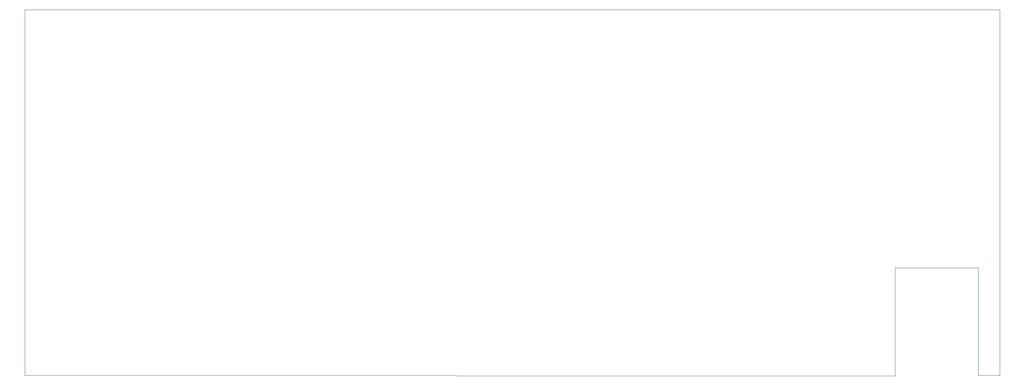
<source format=gbr>
%TF.GenerationSoftware,KiCad,Pcbnew,(6.0.0)*%
%TF.CreationDate,2023-02-03T10:22:37+01:00*%
%TF.ProjectId,boneIO - input WT32,626f6e65-494f-4202-9d20-696e70757420,rev?*%
%TF.SameCoordinates,Original*%
%TF.FileFunction,Profile,NP*%
%FSLAX46Y46*%
G04 Gerber Fmt 4.6, Leading zero omitted, Abs format (unit mm)*
G04 Created by KiCad (PCBNEW (6.0.0)) date 2023-02-03 10:22:37*
%MOMM*%
%LPD*%
G01*
G04 APERTURE LIST*
%TA.AperFunction,Profile*%
%ADD10C,0.100000*%
%TD*%
G04 APERTURE END LIST*
D10*
X246500000Y-101120000D02*
X246510000Y-122920000D01*
X250760000Y-48930000D02*
X250760000Y-122920000D01*
X229640000Y-122930000D02*
X53760000Y-122920000D01*
X53760000Y-48930000D02*
X53760000Y-122920000D01*
X250760000Y-122920000D02*
X246510000Y-122920000D01*
X229630000Y-101130000D02*
X246500000Y-101120000D01*
X53760000Y-48930000D02*
X250760000Y-48930000D01*
X229630000Y-101130000D02*
X229640000Y-122930000D01*
M02*

</source>
